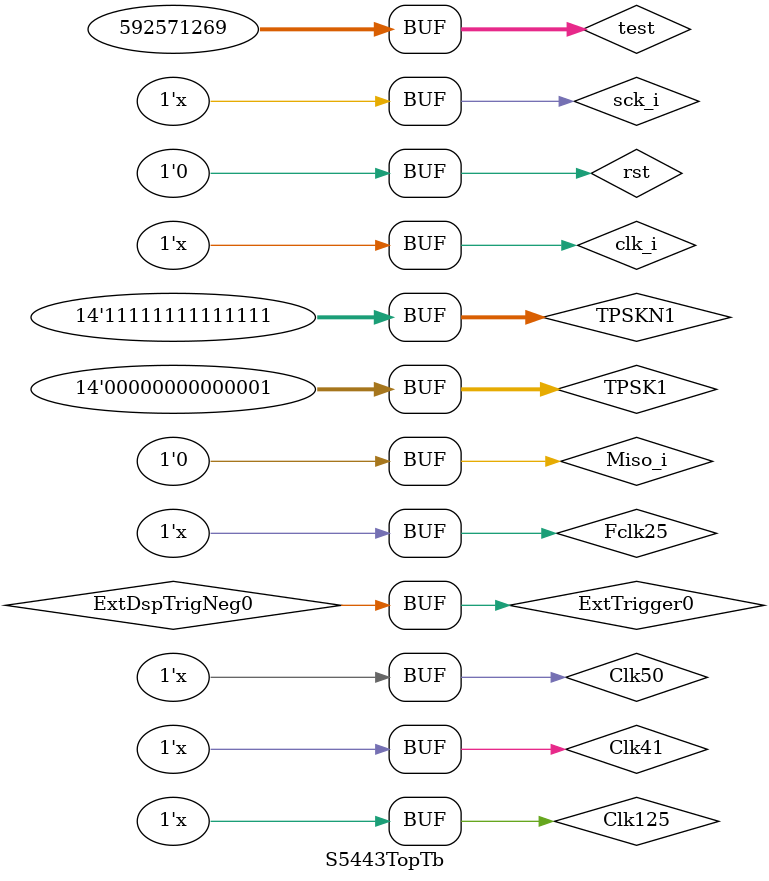
<source format=v>
`timescale 1ns / 1ps
module S5443TopTb;
	
	//=================================================================================================================================================================================================================
	//COMMANDS	FOR REG_MAP
	parameter	[31:0]	SensAutoPattern		= 32'h1;
	parameter	[31:0]	SensLowThreshT1		= {8'h01,24'h3BD080};
	parameter	[31:0]	SensHighThreshT1	= {8'h02,24'h401640};
	parameter	[31:0]	SensLowThreshR1 	= {8'h03,24'h3BD080};
	parameter	[31:0]	SensHighThreshR1 	= {8'h04,24'h401640};
	parameter	[31:0]	SensLowThreshT2 	= {8'h05,24'h3BD080};
	parameter	[31:0]	SensHighThreshT2 	= {8'h06,24'h401640};
	parameter	[31:0]	SensLowThreshR2 	= {8'h07,24'h3BD080};
	parameter	[31:0]	SensHighThreshR2 	= {8'h08,24'h401640};
	parameter	[31:0]	OverloadCtrlCmd 	= {8'h89,24'h000000};
	parameter	[31:0]	OverloadThresh 		= {8'h0A,24'h000400};
	parameter	[31:0]	DitherCmd 			= {8'h0E,24'h100192};
	parameter	[31:0]	MeasCmd 			= {8'h11,8'h0,8'h62,8'h0};
	parameter	[31:0]	AdcCtrl 			= {8'h12,24'h0};
	//-----------------------------------------------------------------------------------------------------------------------------------------------------------------------------------------------------------------
	parameter	[31:0]	DirectWrite0Cmd 	= {8'h13,24'h5};
	parameter	[31:0]	DirectWrite1Cmd 	= {8'h14,24'h5};
	parameter	[31:0]	NotDirectWriteCmd 	= {1'b0,7'h9,24'h5};
	parameter	[31:0]	DirectReadCmd 		= {1'b1,7'h11,24'h0};
	parameter	[31:0]	NotDirectReadCmd 	= {1'b1,7'h0,24'b1};
	parameter	[31:0]	DirectReadAns 		= {1'b0,7'h1b,24'h5};
	//-----------------------------------------------------------------------------------------------------------------------------------------------------------------------------------------------------------------
	parameter	[31:0]	IfFtwH 				= {8'h15,16'h0,8'h23};
	parameter	[31:0]	IfFtwL 				= {8'h16,24'h51eb85};
	parameter	[31:0]	FilterCorrCmdH 		= {8'h17,24'hD70A3D};
	parameter	[31:0]	FilterCorrCmdL 		= {8'h18,24'hD70A3D};
	parameter	[31:0]	ExtPosTrig0Cmd 		= {8'h19,16'h32,8'h7};	//триггер приходит положительной полярности от внешнего устройства к DSP. Триггер к DSP всегда выдаётся как импульс положительной полярности.
	parameter	[31:0]	ExtPosTrig1Cmd 		= {8'h1a,16'h32,8'h6};	//триггер приходит положительной полярности от внешнего устройства к DSP. Триггер к DSP всегда выдаётся как импульс положительной полярности.
	parameter	[31:0]	ExtNegTrig0Cmd 		= {8'h19,16'h32,8'h5};	//триггер приходит отрицательной полярности от внешнего устройства к DSP. Триггер к DSP всегда выдаётся как импульс положительной полярности.
	parameter	[31:0]	ExtNegTrig1Cmd 		= {8'h1a,16'h32,8'h4};	//триггер приходит отрицательной полярности от внешнего устройства к DSP. Триггер к DSP всегда выдаётся как импульс положительной полярности.
	parameter	[31:0]	IntPosTrig0Cmd 		= {8'h19,16'h32,8'h3};	//триггер приходит от DSP к внешнему устройству
	parameter	[31:0]	IntPosTrig1Cmd 		= {8'h1a,16'h32,8'h3};	//триггер приходит от DSP к внешнему устройству
	parameter	[31:0]	IntNegTrig0Cmd 		= {8'h19,16'h32,8'h1};	//триггер приходит от DSP к внешнему устройству
	parameter	[31:0]	IntNegTrig1Cmd 		= {8'h1a,16'h32,8'h0};	//триггер приходит от DSP к внешнему устройству
	//-----------------------------------------------------------------------------------------------------------------------------------------------------------------------------------------------------------------
	parameter	[31:0]	PulseMeasCtrlCmd 	= {8'h1b,16'h0,8'h11};	
	
	parameter	[31:0]	Pg1Mode				= {8'h1c,16'h0,8'h0};	
	
	parameter	[31:0]	Pg1P123DelH			= {8'h1c,16'h0,8'h0};
	parameter	[31:0]	Pg1P1DelL			= {8'h1c,16'h0,8'h0};
	parameter	[31:0]	Pg2P1DelL			= {8'h1c,16'h0,8'h0};
	parameter	[31:0]	Pg3P1DelL			= {8'h1c,16'h0,8'h0};
	
	parameter	[31:0]	Pg1P123WidthH		= {8'h1c,16'h0,8'h0};
	parameter	[31:0]	Pg1P1WidthL			= {8'h1c,16'h0,8'h0};
	parameter	[31:0]	Pg1P2WidthL			= {8'h1c,16'h0,8'h0};
	parameter	[31:0]	Pg1P3WidthL			= {8'h1c,16'h0,8'h0};

	//=================================================================================================================================================================================================================
	
	reg		Clk41;
	reg		Clk82;
	reg		Clk50;
	reg		Fclk25;
	reg		Dclk175;
	reg		Clk350;
	reg		Clk125;
	
	reg	[31:0]	tb_cnt=4'd0;
	reg	rst;
	reg	mosi_i	=	1'b0;
	reg	Miso_i	=	1'b0;
	reg	ss_i;
	reg	clk_i	=	1'b0;
	
	
	reg	[31:0]	DspSpiData;
	reg		startCalcCmdReg;
	wire	startCalcCmdRegO;
						
	wire	[13:0]	cos_value;	
	wire	[13:0]	sin_value;				

	wire	ExtDspTrigPos0	=	(tb_cnt	>=	180	&&	tb_cnt	<=	181)?	1'b1:1'b0;
	wire	ExtDspTrigNeg0	=	(tb_cnt	>=	180	&&	tb_cnt	<=	181)?	1'b0:1'b1;
	
	// wire	ExtTrigger0		=	(tb_cnt	<=	150)?	ExtDspTrigPos0:ExtDspTrigNeg0;
	wire	ExtTrigger0		=	ExtDspTrigNeg0;
	
	wire	TrigFromDsp		=	(tb_cnt	>=	1100	&&	tb_cnt	<=	1101)?	1'b1:1'b0;
//==========================================================================================
//clocks gen
	always	#10 Clk50	=	~Clk50;
	always	#8 Clk125	=	~Clk125;
	always	#20 Fclk25	=	~Fclk25;
	always	#10 clk_i	=	~clk_i;
	always	#(24.390243902439/2)	Clk41	=	~Clk41;
	
	reg	Dclk175Reg;
	wire	sck_i;	
//==========================================================================================
initial begin
	Clk50	=	1'b1;
	Fclk25	=	1'b1;
	Clk125	=	1'b1;
	rst		=	1'b1;
	Clk41	=	1'b0;
	startCalcCmdReg	=	1'b0;
#100;
	rst		=	1'b0;
#400;
	Clk41	=	1'b0;
end		
	
reg	endMeasReg;
always	@(posedge	Clk41)	begin
	endMeasReg	<=	endMeas;
end

wire	endMeasNeg	=	!endMeas&endMeasReg;

always	@(posedge	Clk41)	begin
	if	(tb_cnt	==	1700)	begin
		startCalcCmdReg	<=	1'b1;
	end	else	if	(endMeasNeg)	begin
		startCalcCmdReg	<=	1'b0;
	end	
end

always	@(negedge	Clk41)	begin
	if	(!rst)		begin
		tb_cnt	<=	tb_cnt+1;
	end	else	begin
		tb_cnt	<=	0;
	end
end

reg	startMeasSync;
always	@(posedge	Clk41)	begin
	startMeasSync	<=	startCalcCmdRegO;
end

wire	Adc1DataDa0P;
wire	Adc1DataDa1P;

wire	[31:0]	test	=	32'h2351eb85;
CordicNco		
#(	.ODatWidth	(14),
	.PhIncWidth	(32),
	.IterNum	(10),
	.EnSinN		(0))
ncoInst
(
	.Clk_i				(Clk50),
	.Rst_i				(rst),
	.Val_i				(1'b1),
	.PhaseInc_i			(test>>1),
	.WindVal_i			(1'b1),
	.WinType_i			(),
	.Wind_o				(),
	.Sin_o				(sin_value),
	.Cos_o				(cos_value),
	.Val_o				()
);

wire	[13:0]	TPSK1		=	14'h1;
wire	[13:0]	TPSKN1		=	14'b11111111111111;
wire	[13:0]	I			=	(tb_cnt	>=	300	&&	tb_cnt	<=	500)?	TPSK1:TPSKN1;
wire	[13:0]	Q			=	(tb_cnt	>=	200	&&	tb_cnt	<=	500)?	TPSKN1:TPSK1;

// ExtMult	
// #(	
	// .FactorAWidth	(14),
	// .FactorBWidth	(14),
	// .OutputWidth	(17)
// )
// Mixer	
// (
	// .Rst_i		(rst),
	// .Clk_i		(Clk50),
	// .Val_i		(1'b1),
	// .FactorC_i	(sin_value),
	// .FactorD_i	(cos_value),
	// .FactorA_i	(I),
	// .FactorB_i	(Q),
	// .Result_o	(),
	// .ResultVal_o()
// );

// IQModulatorWrapper	IQModulatorInst
// (
	// .Rst_i		(rst),
	// .Clk_i		(Clk125),
	// .Val_i		(1'b1),
	
	// .Result_o	()
// );

S5443Top uut (
	.Clk_i				(Clk50),
	.Led_o				(),
//------------------------------------------	
    .Adc1FclkP_i		(Fclk25),		
    .Adc1FclkN_i		(~Fclk25),		
		
    .Adc1DataDa0P_i		(Adc1DataDa0P),
	.Adc1DataDa0N_i		(~Adc1DataDa0P),		
    .Adc1DataDa1P_i		(Adc1DataDa1P),
    .Adc1DataDa1N_i		(~Adc1DataDa1P),
    	
	.Adc1DataDb0P_i		(Adc1DataDa0P),
    .Adc1DataDb0N_i		(~Adc1DataDa0P),		
    .Adc1DataDb1P_i		(Adc1DataDa1P),
    .Adc1DataDb1N_i		(~Adc1DataDa1P),
//------------------------------------------	
    .Adc2FclkP_i		(Fclk25),		
    .Adc2FclkN_i		(~Fclk25),		
			
    .Adc2DataDa0P_i		(1'b1),
    .Adc2DataDa0N_i		(1'b0),		
    .Adc2DataDa1P_i		(1'b1),
    .Adc2DataDa1N_i		(1'b0),
  
	.Adc2DataDb0P_i		(1'b1),
    .Adc2DataDb0N_i		(1'b0),		
    .Adc2DataDb1P_i		(1'b1),
    .Adc2DataDb1N_i		(1'b0),
//------------------------------------------
	.AdcInitMosi_o		(),
	.AdcInitClk_o		(),			
	.Adc1InitCs_o		(),
	.Adc2InitCs_o		(),
	.AdcInitRst_o		(),
//------------------------------------------	
	
	.Mosi_i				(mosi_i),
	.Sck_i				(~sck_i),
	.Ss_i				(ss_i),
		
	.LpOutClk_o			(),
	.LpOutFs_o			(),			
	.LpOutData_o		(),
	
	//fpga-dsp signals
	.StartMeas_i		(startCalcCmdReg),
	.StartMeas_o		(),
	.EndMeas_o			(endMeas),
	.TimersClk_o		(),
	
	//trigger's 
	.TrigExtDev0_io		(),
	.TrigExtDev0Dir_o	(),
	
	.TrigExtDev1_io		(),
	.TrigExtDev1Dir_o	(),
	
	.TrigFromDsp_i		(TrigFromDsp),			//Trig from DSP
	.TrigToDsp_o		(),						//Trig To DSP
	
	//overload lines
	.OverloadS_i		(1'b0),
	.Overload_o			(),
	
	//gain lines
	.SensEnS_i			(1'b0),
	.AmpEn_o			(),	//	0-adc1ChA 1-adc1ChB 2-adc2ChA 3-adc2ChB
	.AdcData_i			(sin_value)
	);

localparam	IDLE	=	2'h0;
localparam	CMD		=	2'h1;
localparam	TX		=	2'h2;
localparam	PAUSE	=	2'h3;

reg	[1:0]	txCurrState;
reg	[1:0]	txNextState;

wire	txWork	=	tb_cnt	>=	23;
wire	txStop	=	cmdCnt	>=	23;

reg	[8:0]	cmdCnt;
reg	[6:0]	txCnt;
reg	[3:0]	pauseCnt;

always	@(posedge	Clk41)	begin
	if	(!rst)	begin
		if	(txCurrState	==	CMD)	begin
			if	(!txStop)	begin
				cmdCnt	<=	cmdCnt+1;
			end
		end
	end	else	begin
		cmdCnt	<=	0;
	end
end

always	@(posedge	Clk41)	begin
	if	(!rst)	begin
		if	(txCurrState	==	TX)	begin
			txCnt	<=	txCnt+1;
		end	else	begin
			txCnt	<=	0;
		end
	end	else	begin
		txCnt	<=	0;
	end
end

always	@(posedge	Clk41)	begin
	if	(!rst)	begin
		if	(txCurrState	==	PAUSE)	begin
			pauseCnt	<=	pauseCnt+1;
		end	else	begin
			pauseCnt	<=	0;
		end
	end	else	begin
		pauseCnt	<=	0;
	end
end
	
always	@(posedge	Clk41)	begin
	if	(txCurrState	==	CMD)	begin
		if	(cmdCnt	==	0)	begin
			DspSpiData		<=	SensAutoPattern;
		end	else	if	(cmdCnt	==	1)	begin
			DspSpiData		<=	SensLowThreshT1;
		end	else	if	(cmdCnt	==	2)	begin
			DspSpiData		<=	SensHighThreshT1;
		end	else	if	(cmdCnt	==	3)	begin
			DspSpiData		<=	SensLowThreshR1;
		end	else	if	(cmdCnt	==	4)	begin
			DspSpiData		<=	SensHighThreshR1;
		end	else	if	(cmdCnt	==	5)	begin
			DspSpiData		<=	SensLowThreshT2;
		end	else	if	(cmdCnt	==	6)	begin
			DspSpiData		<=	SensHighThreshT2;	
		end	else	if	(cmdCnt	==	7)	begin
			DspSpiData		<=	SensLowThreshR2;
		end	else	if	(cmdCnt	==	8)	begin
			DspSpiData		<=	SensHighThreshR2;
		end	else	if	(cmdCnt	==	9)	begin
			DspSpiData		<=	SensLowThreshR2;
		end	else	if	(cmdCnt	==	10)	begin
			DspSpiData		<=	OverloadCtrlCmd;
		end	else	if	(cmdCnt	==	11)	begin
			DspSpiData		<=	OverloadThresh;
		end	else	if	(cmdCnt	==	12)	begin
			DspSpiData		<=	DitherCmd;
		end	else	if	(cmdCnt	==	13)	begin
			DspSpiData		<=	MeasCmd;
		end	else	if	(cmdCnt	==	14)	begin
			DspSpiData		<=	AdcCtrl;
		end	else	if	(cmdCnt	==	15)	begin
			DspSpiData		<=	DirectWrite0Cmd;
		end	else	if	(cmdCnt	==	16)	begin
			DspSpiData		<=	DirectWrite1Cmd;
		end	else	if	(cmdCnt	==	17)	begin
			DspSpiData		<=	IfFtwH;	
		end	else	if	(cmdCnt	==	18)	begin
			DspSpiData		<=	IfFtwL;
		end	else	if	(cmdCnt	==	19)	begin
			DspSpiData		<=	FilterCorrCmdH;
		end	else	if	(cmdCnt	==	20)	begin
			DspSpiData		<=	FilterCorrCmdL;
		end	else	if	(cmdCnt	==	21)	begin
			DspSpiData		<=	IntPosTrig0Cmd;
		end	else	if	(cmdCnt	==	22)	begin
			DspSpiData		<=	IntPosTrig1Cmd;
		end	else	if	(cmdCnt	==	23)	begin
			DspSpiData		<=	PulseMeasCtrlCmd;
		end	else	if	(cmdCnt	==	24)	begin
			DspSpiData		<=	PNumHCmd;
		end	else	if	(cmdCnt	==	25)	begin
			DspSpiData		<=	PNumLCmd;
		end	else	if	(cmdCnt	==	26)	begin
			DspSpiData		<=	ModDelHCmd;
		end	else	if	(cmdCnt	==	27)	begin
			DspSpiData		<=	ModDelLCmd;
		end	else	if	(cmdCnt	==	28)	begin
			DspSpiData		<=	ModWidthHCmd;
		end	else	if	(cmdCnt	==	29)	begin
			DspSpiData		<=	ModWidthLCmd;
		end	else	if	(cmdCnt	==	30)	begin
			DspSpiData		<=	PGenDelHCmd;
		end	else	if	(cmdCnt	==	31)	begin
			DspSpiData		<=	PGenDelLCmd;
		end	else	if	(cmdCnt	==	32)	begin
			DspSpiData		<=	Trig0Timing1Cmd;
		end	else	if	(cmdCnt	==	33)	begin
			DspSpiData		<=	Trig0Timing2Cmd;
		end	else	if	(cmdCnt	==	34)	begin
			DspSpiData		<=	Trig1Timing1Cmd;
		end	else	if	(cmdCnt	==	35)	begin
			DspSpiData		<=	Trig1Timing2Cmd;
		end	
	end	else	if	(txCurrState	==	TX)	begin
		DspSpiData	<=	DspSpiData<<1;
	end
end

always	@(posedge Clk41)	begin
	if	(txCurrState	==	TX)	begin
		if	(txCnt	>=	7'd0)	begin
			mosi_i	<=	DspSpiData[31];
		end	else	begin
			mosi_i	<=	1'b1;
		end
	end	else	begin
		mosi_i	<=	1'b1;
	end
end

always	@(posedge	Clk41)	begin
	if	(txCurrState	==	TX)	begin
		ss_i	<=	1'b0;
	end	else	begin
		ss_i	<=	1'b1;
	end
end

assign	sck_i	=	Clk41;

always	@(posedge	Clk41)	begin
	if	(rst)	begin
		txCurrState	<=	IDLE;
	end	else	begin
		txCurrState	<=	txNextState;
	end
end


always @(*) begin
	txNextState	=	IDLE;
	case(txCurrState)
	IDLE	:	begin
					if (txWork)	begin
						txNextState = CMD;
					end	else begin
						txNextState = IDLE;
					end
				end
				
	CMD	:		begin
					if (!txStop)	begin
						txNextState = TX;
					end	else begin
						txNextState = IDLE;
					end
				end

	TX		:	begin
					if (txCnt==6'd31) begin
						txNextState  = PAUSE;
					end	else begin
						txNextState  = TX;
					end
				end
        
	PAUSE	:	begin
					if (pauseCnt==4'd10) begin
						txNextState  = CMD;
					end	else begin
						txNextState  = PAUSE;
					end
				end
	endcase
end























endmodule































</source>
